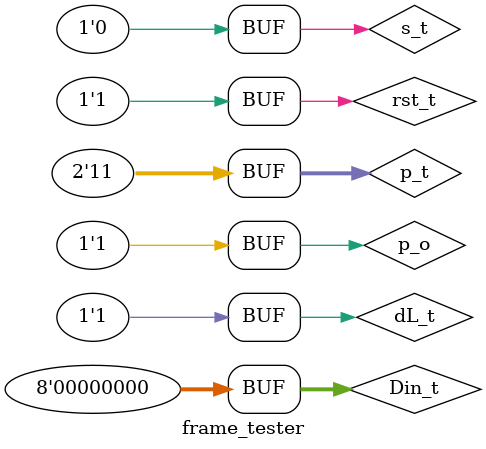
<source format=v>
module frame_tester;
reg [7:0] Din_t;
reg [1:0] p_t;
reg p_o; 
wire [10:0] f_t;
reg rst_t, dL_t, s_t;

initial begin
rst_t = 1; 
Din_t = 8'b10101011;  p_t = 2'b01; dL_t = 1'b0; s_t = 1'b1; p_o = 1'b1; //Odd parity, 7-bit data, 2 stop bits
#50					; p_t = 2'b10; p_o = 1'b0;				//Even parity, 7-bit data, 2 stop bits
#50					; p_t = 2'b01; dL_t = 1'b1; s_t = 1'b0; p_o = 1'b0;//Odd parity, 8-bit data, 1 stop bit
#50					; p_t = 2'b10; p_o = 1'b1;				//Even parity, 8-bit data, 1 stop bit
#50					;
Din_t = 8'b01101101 ; p_t = 2'b00; dL_t = 1'b0; s_t = 1'b1;//No parity, 7-bit data, 2 stop bits
#50 				; p_t = 2'b11; p_o = 1'b1;
#50					; p_t = 2'b00; dL_t = 1'b1; s_t = 1'b0;//No parity, 8-bit data, 1 stop bit
#50					; p_t = 2'b11; p_o = 1'b1;
#100				;
rst_t = 0;	#50	rst_t = 1; #50; //It is expected for the whole frame to be idle, with no chance of coming back to its previous state
								//The frame is regenerated with the next data.
//Testing bizzare situations: All HIGH and All LOW
Din_t = 8'b11111111;  p_t = 2'b01; dL_t = 1'b0; s_t = 1'b1; p_o = 1'b0; //Odd parity, 7-bit data, 2 stop bits
#50					; p_t = 2'b10;	p_o = 1'b1;				//Even parity, 7-bit data, 2 stop bits
#50					; p_t = 2'b01; dL_t = 1'b1; s_t = 1'b0; p_o = 1'b1;//Odd parity, 8-bit data, 1 stop bit
#50					; p_t = 2'b10;  p_o  = 1'b0;				//Even parity, 8-bit data, 1 stop bit
#50					;
					  p_t = 2'b00; dL_t = 1'b0; s_t = 1'b1;//No parity, 7-bit data, 2 stop bits
#50 				; p_t = 2'b11;	p_o = 1'b1;
#50					; p_t = 2'b00; dL_t = 1'b1; s_t = 1'b0;//No parity, 8-bit data, 1 stop bit
#50					; p_t = 2'b11;	p_o = 1'b1;

#100;


Din_t = 8'b00000000; p_t = 2'b01; dL_t = 1'b0; s_t = 1'b1; p_o = 1'b1; //Odd parity, 7-bit data, 2 stop bits
#50					; p_t = 2'b10;	p_o = 1'b0;				//Even parity, 7-bit data, 2 stop bits
#50					; p_t = 2'b01; dL_t = 1'b1; s_t = 1'b0; p_o = 1'b1;//Odd parity, 8-bit data, 1 stop bit
#50					; p_t = 2'b10;	p_o = 1'b0;							//Even parity, 8-bit data, 1 stop bit
#50					;
					  p_t = 2'b00; dL_t = 1'b0; s_t = 1'b1;//No parity, 7-bit data, 2 stop bits
#50 				; p_t = 2'b11; p_o = 1'b1;
#50					; p_t = 2'b00; dL_t = 1'b1; s_t = 1'b0;//No parity, 8-bit data, 1 stop bit
#50					; p_t = 2'b11; p_o = 1'b1;

#100;
end
Framer U1 (Din_t, rst_t,p_o, f_t, dL_t, p_t, s_t);

endmodule

</source>
